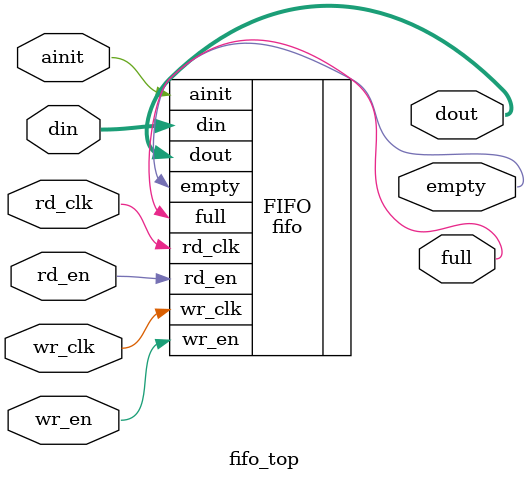
<source format=v>
`timescale 1ns / 1ps
module fifo_top(din, wr_en, wr_clk, rd_en, rd_clk, ainit, dout, full, empty);
   input [3:0] din;
   input       wr_en;
   input       wr_clk;
   input       rd_en;
   input       rd_clk;
   input       ainit;

   output [3:0] dout;
   output 	full;
   output 	empty;
   
   fifo FIFO (
	      .din(din),
	      .wr_en(wr_en),
	      .wr_clk(wr_clk),
	      .rd_en(rd_en),
	      .rd_clk(rd_clk),
	      .ainit(ainit),
	      .dout(dout),
	      .full(full),
	      .empty(empty)
	      );

endmodule

</source>
